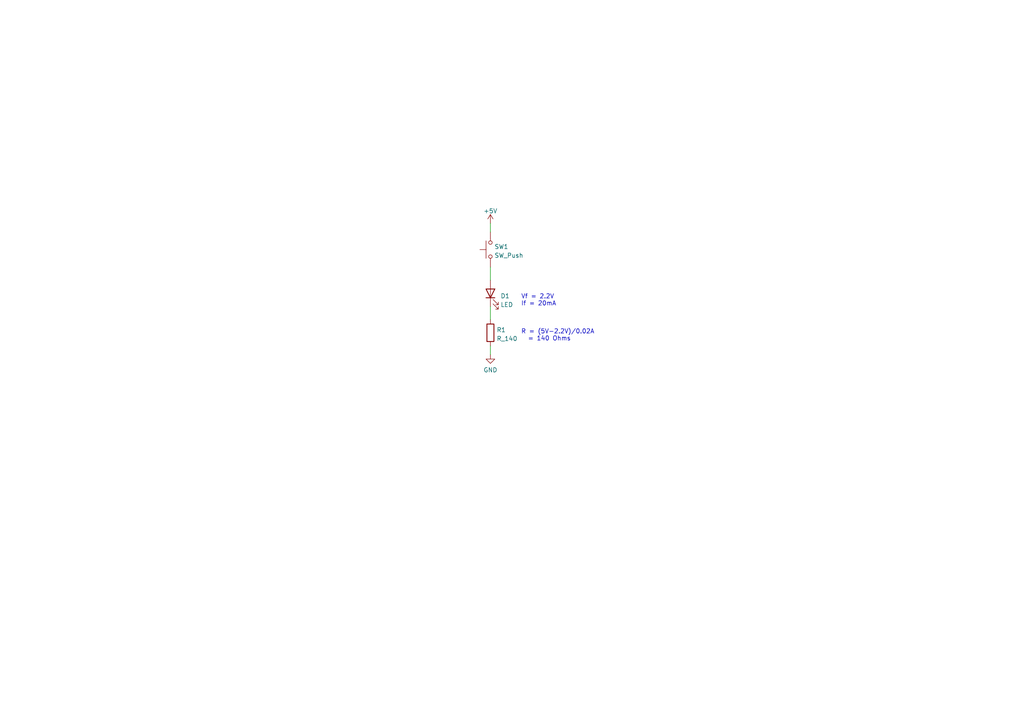
<source format=kicad_sch>
(kicad_sch (version 20211123) (generator eeschema)
  (paper "A4")
  (lib_symbols
    (symbol "Device:LED" (pin_numbers hide) (pin_names (offset 1.016) hide)
      (property "Reference" "D" (at 0 2.54 0))
      (property "Value" "LED" (at 0 -2.54 0))
      (symbol "LED_0_1"
        (polyline (pts (xy -1.27 -1.27) (xy -1.27 1.27)) (stroke (width 0.254)))
        (polyline (pts (xy -1.27 0) (xy 1.27 0)))
        (polyline (pts (xy 1.27 -1.27) (xy 1.27 1.27) (xy -1.27 0) (xy 1.27 -1.27)) (stroke (width 0.254)))
        (polyline (pts (xy -3.048 -0.762) (xy -4.572 -2.286) (xy -3.81 -2.286) (xy -4.572 -2.286) (xy -4.572 -1.524)))
        (polyline (pts (xy -1.778 -0.762) (xy -3.302 -2.286) (xy -2.54 -2.286) (xy -3.302 -2.286) (xy -3.302 -1.524)))
      )
      (symbol "LED_1_1"
        (pin passive line (at -3.81 0 0) (length 2.54) (name "K") (number "1"))
        (pin passive line (at 3.81 0 180) (length 2.54) (name "A") (number "2"))
      )
    )
    (symbol "Device:R" (pin_numbers hide) (pin_names (offset 0))
      (property "Reference" "R" (at 2.032 0 90))
      (property "Value" "R" (at 0 0 90))
      (symbol "R_0_1"
        (rectangle (start -1.016 -2.54) (end 1.016 2.54) (stroke (width 0.254)))
      )
      (symbol "R_1_1"
        (pin passive line (at 0 3.81 270) (length 1.27) (name "~") (number "1"))
        (pin passive line (at 0 -3.81 90) (length 1.27) (name "~") (number "2"))
      )
    )
    (symbol "Switch:SW_Push" (pin_numbers hide) (pin_names (offset 1.016) hide)
      (property "Reference" "SW" (at 1.27 2.54 0))
      (property "Value" "SW_Push" (at 0 -1.524 0))
      (symbol "SW_Push_0_1"
        (circle (center -2.032 0) (radius 0.508))
        (polyline (pts (xy 0 1.27) (xy 0 3.048)))
        (polyline (pts (xy 2.54 1.27) (xy -2.54 1.27)))
        (circle (center 2.032 0) (radius 0.508))
        (pin passive line (at -5.08 0 0) (length 2.54) (name "1") (number "1"))
        (pin passive line (at 5.08 0 180) (length 2.54) (name "2") (number "2"))
      )
    )
    (symbol "power:+5V" (power) (pin_names (offset 0))
      (property "Value" "+5V" (at 0 3.556 0))
      (symbol "+5V_0_1"
        (polyline (pts (xy -0.762 1.27) (xy 0 2.54)))
        (polyline (pts (xy 0 0) (xy 0 2.54)))
        (polyline (pts (xy 0 2.54) (xy 0.762 1.27)))
      )
      (symbol "+5V_1_1"
        (pin power_in line (at 0 0 90) (length 0) hide (name "+5V") (number "1"))
      )
    )
    (symbol "power:GND" (power) (pin_names (offset 0))
      (property "Value" "GND" (at 0 -3.81 0))
      (symbol "GND_0_1"
        (polyline (pts (xy 0 0) (xy 0 -1.27) (xy 1.27 -1.27) (xy 0 -2.54) (xy -1.27 -1.27) (xy 0 -1.27)))
      )
      (symbol "GND_1_1"
        (pin power_in line (at 0 0 270) (length 0) hide (name "GND") (number "1"))
      )
    )
  )
  (wire (pts (xy 142.24 88.9) (xy 142.24 92.71)))
  (wire (pts (xy 142.24 77.47) (xy 142.24 81.28)))
  (wire (pts (xy 142.24 64.77) (xy 142.24 67.31)))
  (wire (pts (xy 142.24 100.33) (xy 142.24 102.87)))
  (text "R = (5V-2.2V)/0.02A\n  = 140 Ohms" (at 151.13 99.06 0) (effects (font (size 1.27 1.27)) (justify left bottom)))
  (text "Vf = 2.2V\nIf = 20mA" (at 151.13 88.9 0) (effects (font (size 1.27 1.27)) (justify left bottom)))
  (symbol (lib_id "Device:LED") (at 142.24 85.09 90) (unit 1)
    (property "Reference" "D1" (at 145.161 85.8428 90) (effects (justify right)))
    (property "Value" "LED" (at 145.161 88.3797 90) (effects (justify right)))
  )
  (symbol (lib_id "power:+5V") (at 142.24 64.77 0) (unit 1)
    (property "Reference" "#PWR?" (effects hide))
    (property "Value" "+5V" (at 142.24 61.1942 0))
  )
  (symbol (lib_id "power:GND") (at 142.24 102.87 0) (unit 1)
    (property "Reference" "#PWR?" (effects hide))
    (property "Value" "GND" (at 142.24 107.3134 0))
  )
  (symbol (lib_id "Device:R") (at 142.24 96.52 0) (unit 1)
    (property "Reference" "R1" (at 144.018 95.6853 0) (effects (justify left)))
    (property "Value" "R_140" (at 144.018 98.2222 0) (effects (justify left)))
  )
  (symbol (lib_id "Switch:SW_Push") (at 142.24 72.39 90) (unit 1)
    (property "Reference" "SW1" (at 143.383 71.5553 90) (effects (justify right)))
    (property "Value" "SW_Push" (at 143.383 74.0922 90) (effects (justify right)))
  )
)
</source>
